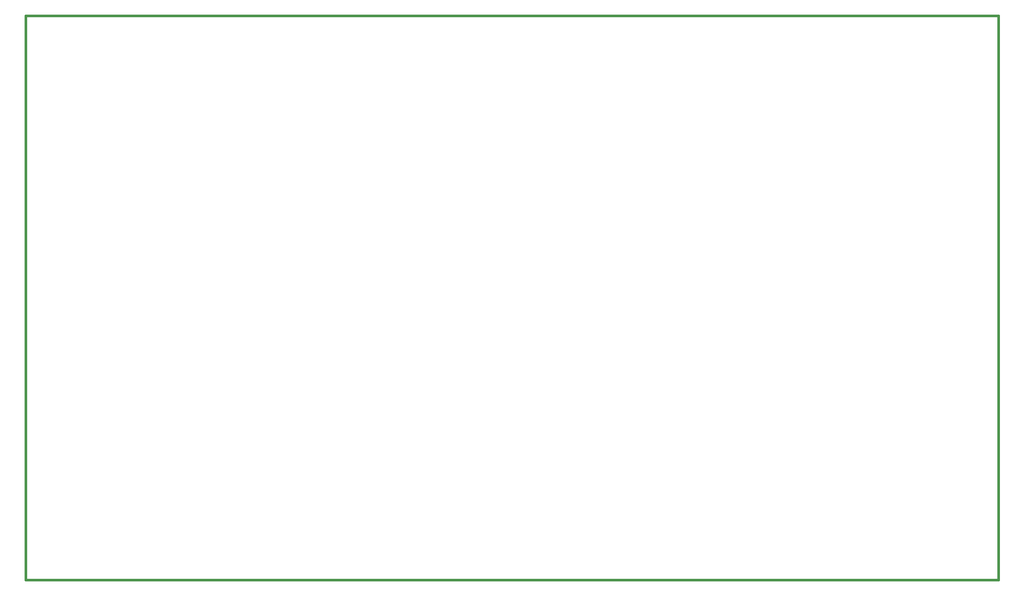
<source format=gbr>
%TF.GenerationSoftware,KiCad,Pcbnew,8.99.0-344-gfbc433deaa-dirty*%
%TF.CreationDate,2024-03-11T18:45:51+01:00*%
%TF.ProjectId,kit-dev-coldfire-xilinx_5213,6b69742d-6465-4762-9d63-6f6c64666972,2*%
%TF.SameCoordinates,Original*%
%TF.FileFunction,Profile,NP*%
%FSLAX46Y46*%
G04 Gerber Fmt 4.6, Leading zero omitted, Abs format (unit mm)*
G04 Created by KiCad (PCBNEW 8.99.0-344-gfbc433deaa-dirty) date 2024-03-11 18:45:51*
%MOMM*%
%LPD*%
G01*
G04 APERTURE LIST*
%TA.AperFunction,Profile*%
%ADD10C,0.381000*%
%TD*%
G04 APERTURE END LIST*
D10*
X71120000Y-147320000D02*
X228600000Y-147320000D01*
X71120000Y-55880000D02*
X71120000Y-147320000D01*
X228600000Y-55880000D02*
X228600000Y-147320000D01*
X228600000Y-55880000D02*
X71120000Y-55880000D01*
M02*

</source>
